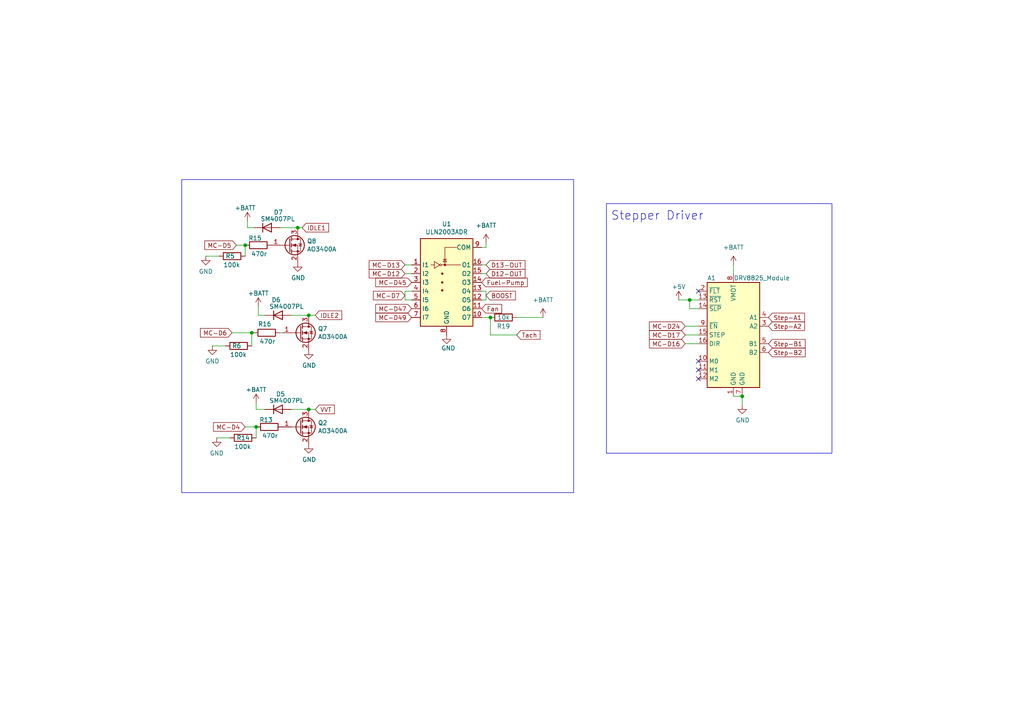
<source format=kicad_sch>
(kicad_sch (version 20231120) (generator "eeschema") (generator_version "8.0")
  (paper "A4")
  (title_block (title "Spark Gap x4") (date "2024-07-16") (rev "A") (company "OpenLogicEFI") (comment 1 "openlogicefi.com"))
  (lib_symbols
    (symbol "Device:R" (pin_numbers hide) (pin_names (offset 0))
      (property "Reference" "R" (at 2.032 0 90))
      (property "Value" "R" (at 0 0 90))
      (symbol "R_0_1"
        (rectangle (start -1.016 -2.54) (end 1.016 2.54) (stroke (width 0.254)))
      )
      (symbol "R_1_1"
        (pin passive line (at 0 3.81 270) (length 1.27) (name "~") (number "1"))
        (pin passive line (at 0 -3.81 90) (length 1.27) (name "~") (number "2"))
      )
    )
    (symbol "Diode:1N4148WS" (pin_numbers hide) (pin_names (offset 1.016) hide)
      (property "Reference" "D" (at 0 2.54 0))
      (property "Value" "1N4148WS" (at 0 -2.54 0))
      (symbol "1N4148WS_0_1"
        (polyline (pts (xy -1.27 1.27) (xy -1.27 -1.27)) (stroke (width 0.254)))
        (polyline (pts (xy 1.27 0) (xy -1.27 0)))
        (polyline (pts (xy 1.27 1.27) (xy 1.27 -1.27) (xy -1.27 0) (xy 1.27 1.27)) (stroke (width 0.254)))
      )
      (symbol "1N4148WS_1_1"
        (pin passive line (at -3.81 0 0) (length 2.54) (name "K") (number "1"))
        (pin passive line (at 3.81 0 180) (length 2.54) (name "A") (number "2"))
      )
    )
    (symbol "Driver_Motor:Pololu_Breakout_DRV8825"
      (property "Reference" "A" (at -2.54 16.51 0))
      (property "Value" "Pololu_Breakout_DRV8825" (at -2.54 13.97 0))
      (symbol "Pololu_Breakout_DRV8825_0_1"
        (rectangle (start 7.62 -17.78) (end -7.62 12.7) (stroke (width 0.254)) (fill (type background)))
      )
      (symbol "Pololu_Breakout_DRV8825_1_1"
        (pin power_in line (at 0 -20.32 90) (length 2.54) (name "GND") (number "1"))
        (pin input line (at -10.16 -10.16 0) (length 2.54) (name "M0") (number "10"))
        (pin input line (at -10.16 -12.7 0) (length 2.54) (name "M1") (number "11"))
        (pin input line (at -10.16 -15.24 0) (length 2.54) (name "M2") (number "12"))
        (pin input line (at -10.16 7.62 0) (length 2.54) (name "~{RST}") (number "13"))
        (pin input line (at -10.16 5.08 0) (length 2.54) (name "~{SLP}") (number "14"))
        (pin input line (at -10.16 -2.54 0) (length 2.54) (name "STEP") (number "15"))
        (pin input line (at -10.16 -5.08 0) (length 2.54) (name "DIR") (number "16"))
        (pin output line (at -10.16 10.16 0) (length 2.54) (name "~{FLT}") (number "2"))
        (pin output line (at 10.16 0 180) (length 2.54) (name "A2") (number "3"))
        (pin output line (at 10.16 2.54 180) (length 2.54) (name "A1") (number "4"))
        (pin output line (at 10.16 -5.08 180) (length 2.54) (name "B1") (number "5"))
        (pin output line (at 10.16 -7.62 180) (length 2.54) (name "B2") (number "6"))
        (pin power_in line (at 2.54 -20.32 90) (length 2.54) (name "GND") (number "7"))
        (pin power_in line (at 0 15.24 270) (length 2.54) (name "VMOT") (number "8"))
        (pin input line (at -10.16 0 0) (length 2.54) (name "~{EN}") (number "9"))
      )
    )
    (symbol "Transistor_Array:ULN2003A"
      (property "Reference" "U" (at 0 15.875 0))
      (property "Value" "ULN2003A" (at 0 13.97 0))
      (symbol "ULN2003A_0_1"
        (rectangle (start -7.62 -12.7) (end 7.62 12.7) (stroke (width 0.254)) (fill (type background)))
        (circle (center -1.778 5.08) (radius 0.254))
        (circle (center -1.27 -2.286) (radius 0.254) (fill (type outline)))
        (circle (center -1.27 0) (radius 0.254) (fill (type outline)))
        (circle (center -1.27 2.54) (radius 0.254) (fill (type outline)))
        (circle (center -0.508 5.08) (radius 0.254) (fill (type outline)))
        (polyline (pts (xy -4.572 5.08) (xy -3.556 5.08)))
        (polyline (pts (xy -1.524 5.08) (xy 4.064 5.08)))
        (polyline (pts (xy 0 6.731) (xy -1.016 6.731)))
        (polyline (pts (xy -0.508 5.08) (xy -0.508 10.16) (xy 2.921 10.16)))
        (polyline (pts (xy -3.556 6.096) (xy -3.556 4.064) (xy -2.032 5.08) (xy -3.556 6.096)))
        (polyline (pts (xy 0 5.969) (xy -1.016 5.969) (xy -0.508 6.731) (xy 0 5.969)))
      )
      (symbol "ULN2003A_1_1"
        (pin input line (at -10.16 5.08 0) (length 2.54) (name "I1") (number "1"))
        (pin open_collector line (at 10.16 -10.16 180) (length 2.54) (name "O7") (number "10"))
        (pin open_collector line (at 10.16 -7.62 180) (length 2.54) (name "O6") (number "11"))
        (pin open_collector line (at 10.16 -5.08 180) (length 2.54) (name "O5") (number "12"))
        (pin open_collector line (at 10.16 -2.54 180) (length 2.54) (name "O4") (number "13"))
        (pin open_collector line (at 10.16 0 180) (length 2.54) (name "O3") (number "14"))
        (pin open_collector line (at 10.16 2.54 180) (length 2.54) (name "O2") (number "15"))
        (pin open_collector line (at 10.16 5.08 180) (length 2.54) (name "O1") (number "16"))
        (pin input line (at -10.16 2.54 0) (length 2.54) (name "I2") (number "2"))
        (pin input line (at -10.16 0 0) (length 2.54) (name "I3") (number "3"))
        (pin input line (at -10.16 -2.54 0) (length 2.54) (name "I4") (number "4"))
        (pin input line (at -10.16 -5.08 0) (length 2.54) (name "I5") (number "5"))
        (pin input line (at -10.16 -7.62 0) (length 2.54) (name "I6") (number "6"))
        (pin input line (at -10.16 -10.16 0) (length 2.54) (name "I7") (number "7"))
        (pin power_in line (at 0 -15.24 90) (length 2.54) (name "GND") (number "8"))
        (pin passive line (at 10.16 10.16 180) (length 2.54) (name "COM") (number "9"))
      )
    )
    (symbol "Transistor_FET:AO3400A" (pin_names hide)
      (property "Reference" "Q" (at 5.08 1.905 0))
      (property "Value" "AO3400A" (at 5.08 0 0))
      (symbol "AO3400A_0_1"
        (polyline (pts (xy 0.254 0) (xy -2.54 0)))
        (polyline (pts (xy 0.254 1.905) (xy 0.254 -1.905)) (stroke (width 0.254)))
        (polyline (pts (xy 0.762 -1.27) (xy 0.762 -2.286)) (stroke (width 0.254)))
        (polyline (pts (xy 0.762 0.508) (xy 0.762 -0.508)) (stroke (width 0.254)))
        (polyline (pts (xy 0.762 2.286) (xy 0.762 1.27)) (stroke (width 0.254)))
        (polyline (pts (xy 2.54 2.54) (xy 2.54 1.778)))
        (polyline (pts (xy 2.54 -2.54) (xy 2.54 0) (xy 0.762 0)))
        (polyline (pts (xy 0.762 -1.778) (xy 3.302 -1.778) (xy 3.302 1.778) (xy 0.762 1.778)))
        (polyline (pts (xy 1.016 0) (xy 2.032 0.381) (xy 2.032 -0.381) (xy 1.016 0)) (fill (type outline)))
        (polyline (pts (xy 2.794 0.508) (xy 2.921 0.381) (xy 3.683 0.381) (xy 3.81 0.254)))
        (polyline (pts (xy 3.302 0.381) (xy 2.921 -0.254) (xy 3.683 -0.254) (xy 3.302 0.381)))
        (circle (center 1.651 0) (radius 2.794) (stroke (width 0.254)))
        (circle (center 2.54 -1.778) (radius 0.254) (fill (type outline)))
        (circle (center 2.54 1.778) (radius 0.254) (fill (type outline)))
      )
      (symbol "AO3400A_1_1"
        (pin input line (at -5.08 0 0) (length 2.54) (name "G") (number "1"))
        (pin passive line (at 2.54 -5.08 90) (length 2.54) (name "S") (number "2"))
        (pin passive line (at 2.54 5.08 270) (length 2.54) (name "D") (number "3"))
      )
    )
    (symbol "power:+5V" (power) (pin_names (offset 0))
      (property "Value" "+5V" (at 0 3.556 0))
      (symbol "+5V_0_1"
        (polyline (pts (xy -0.762 1.27) (xy 0 2.54)))
        (polyline (pts (xy 0 0) (xy 0 2.54)))
        (polyline (pts (xy 0 2.54) (xy 0.762 1.27)))
      )
      (symbol "+5V_1_1"
        (pin power_in line (at 0 0 90) (length 0) hide (name "+5V") (number "1"))
      )
    )
    (symbol "power:+BATT" (power) (pin_names (offset 0))
      (property "Value" "+BATT" (at 0 3.556 0))
      (symbol "+BATT_0_1"
        (polyline (pts (xy -0.762 1.27) (xy 0 2.54)))
        (polyline (pts (xy 0 0) (xy 0 2.54)))
        (polyline (pts (xy 0 2.54) (xy 0.762 1.27)))
      )
      (symbol "+BATT_1_1"
        (pin power_in line (at 0 0 90) (length 0) hide (name "+BATT") (number "1"))
      )
    )
    (symbol "power:GND" (power) (pin_names (offset 0))
      (property "Value" "GND" (at 0 -3.81 0))
      (symbol "GND_0_1"
        (polyline (pts (xy 0 0) (xy 0 -1.27) (xy 1.27 -1.27) (xy 0 -2.54) (xy -1.27 -1.27) (xy 0 -1.27)))
      )
      (symbol "GND_1_1"
        (pin power_in line (at 0 0 270) (length 0) hide (name "GND") (number "1"))
      )
    )
  )
  (junction (at 74.295 123.825))
  (junction (at 73.025 96.52))
  (junction (at 200.025 86.995))
  (junction (at 215.265 114.935))
  (junction (at 89.535 118.745))
  (junction (at 86.36 66.04))
  (junction (at 142.24 92.075))
  (junction (at 89.535 91.44))
  (junction (at 71.12 71.12))
  (no_connect (at 202.565 109.855))
  (no_connect (at 202.565 104.775))
  (no_connect (at 202.565 84.455))
  (no_connect (at 202.565 107.315))
  (wire (pts (xy 67.31 96.52) (xy 73.025 96.52)))
  (wire (pts (xy 87.63 66.04) (xy 86.36 66.04)))
  (wire (pts (xy 140.97 76.835) (xy 139.7 76.835)))
  (wire (pts (xy 149.86 97.155) (xy 142.24 97.155)))
  (wire (pts (xy 212.725 76.835) (xy 212.725 79.375)))
  (wire (pts (xy 139.7 86.995) (xy 140.97 86.995)))
  (wire (pts (xy 212.725 114.935) (xy 215.265 114.935)))
  (wire (pts (xy 74.93 88.9) (xy 74.93 91.44)))
  (wire (pts (xy 139.7 92.075) (xy 142.24 92.075)))
  (wire (pts (xy 74.93 91.44) (xy 76.835 91.44)))
  (wire (pts (xy 71.12 123.825) (xy 74.295 123.825)))
  (wire (pts (xy 139.7 71.755) (xy 140.97 71.755)))
  (wire (pts (xy 139.7 79.375) (xy 140.97 79.375)))
  (wire (pts (xy 140.97 84.455) (xy 139.7 84.455)))
  (wire (pts (xy 119.38 86.995) (xy 117.475 86.995)))
  (wire (pts (xy 215.265 114.935) (xy 215.265 117.475)))
  (wire (pts (xy 200.025 89.535) (xy 202.565 89.535)))
  (wire (pts (xy 198.755 99.695) (xy 202.565 99.695)))
  (wire (pts (xy 91.44 91.44) (xy 89.535 91.44)))
  (wire (pts (xy 91.44 118.745) (xy 89.535 118.745)))
  (wire (pts (xy 149.86 92.075) (xy 157.48 92.075)))
  (wire (pts (xy 59.69 74.295) (xy 63.5 74.295)))
  (wire (pts (xy 68.58 71.12) (xy 71.12 71.12)))
  (wire (pts (xy 73.025 96.52) (xy 73.025 100.33)))
  (wire (pts (xy 74.295 123.825) (xy 74.295 127)))
  (wire (pts (xy 200.025 86.995) (xy 200.025 89.535)))
  (wire (pts (xy 202.565 86.995) (xy 200.025 86.995)))
  (wire (pts (xy 81.153 96.52) (xy 81.915 96.52)))
  (wire (pts (xy 84.455 91.44) (xy 89.535 91.44)))
  (wire (pts (xy 74.295 116.84) (xy 74.295 118.745)))
  (wire (pts (xy 86.36 66.04) (xy 81.28 66.04)))
  (wire (pts (xy 119.38 79.375) (xy 117.475 79.375)))
  (wire (pts (xy 202.565 97.155) (xy 198.755 97.155)))
  (wire (pts (xy 74.295 118.745) (xy 76.835 118.745)))
  (wire (pts (xy 62.865 127) (xy 66.675 127)))
  (wire (pts (xy 140.97 84.455) (xy 140.97 86.995)))
  (wire (pts (xy 117.475 84.455) (xy 117.475 86.995)))
  (wire (pts (xy 119.38 76.835) (xy 117.475 76.835)))
  (wire (pts (xy 196.85 86.995) (xy 200.025 86.995)))
  (wire (pts (xy 71.755 66.04) (xy 73.66 66.04)))
  (wire (pts (xy 198.755 94.615) (xy 202.565 94.615)))
  (wire (pts (xy 119.38 84.455) (xy 117.475 84.455)))
  (wire (pts (xy 140.97 70.485) (xy 140.97 71.755)))
  (wire (pts (xy 142.24 97.155) (xy 142.24 92.075)))
  (wire (pts (xy 61.595 100.33) (xy 65.405 100.33)))
  (wire (pts (xy 71.12 71.12) (xy 71.12 74.295)))
  (wire (pts (xy 73.533 96.52) (xy 73.025 96.52)))
  (wire (pts (xy 89.535 118.745) (xy 84.455 118.745)))
  (wire (pts (xy 71.755 64.135) (xy 71.755 66.04)))
  (rectangle (start 52.705 52.07) (end 166.37 142.875))
  (rectangle (start 175.895 59.055) (end 241.3 131.445))
  (text "Stepper Driver" (at 177.165 64.135 0) (effects (font (size 2.4892 2.4892)) (justify left bottom)))
  (global_label "MC-D45" (shape input) (at 119.38 81.915 180) (property "Intersheetrefs" "${INTERSHEET_REFS}" (effects (hide yes))))
  (global_label "MC-D4" (shape input) (at 71.12 123.825 180) (property "Intersheetrefs" "${INTERSHEET_REFS}" (effects (hide yes))))
  (global_label "Step-B1" (shape input) (at 222.885 99.695 0) (property "Intersheetrefs" "${INTERSHEET_REFS}" (effects (hide yes))))
  (global_label "MC-D5" (shape input) (at 68.58 71.12 180) (property "Intersheetrefs" "${INTERSHEET_REFS}" (effects (hide yes))))
  (global_label "MC-D17" (shape input) (at 198.755 97.155 180) (property "Intersheetrefs" "${INTERSHEET_REFS}" (effects (hide yes))))
  (global_label "MC-D7" (shape input) (at 117.475 85.725 180) (property "Intersheetrefs" "${INTERSHEET_REFS}" (effects (hide yes))))
  (global_label "MC-D6" (shape input) (at 67.31 96.52 180) (property "Intersheetrefs" "${INTERSHEET_REFS}" (effects (hide yes))))
  (global_label "MC-D12" (shape input) (at 117.475 79.375 180) (property "Intersheetrefs" "${INTERSHEET_REFS}" (effects (hide yes))))
  (global_label "Fan" (shape input) (at 139.7 89.535 0) (property "Intersheetrefs" "${INTERSHEET_REFS}" (effects (hide yes))))
  (global_label "BOOST" (shape input) (at 140.97 85.725 0) (property "Intersheetrefs" "${INTERSHEET_REFS}" (effects (hide yes))))
  (global_label "Step-B2" (shape input) (at 222.885 102.235 0) (property "Intersheetrefs" "${INTERSHEET_REFS}" (effects (hide yes))))
  (global_label "MC-D47" (shape input) (at 119.38 89.535 180) (property "Intersheetrefs" "${INTERSHEET_REFS}" (effects (hide yes))))
  (global_label "IDLE1" (shape input) (at 87.63 66.04 0) (property "Intersheetrefs" "${INTERSHEET_REFS}" (effects (hide yes))))
  (global_label "MC-D24" (shape input) (at 198.755 94.615 180) (property "Intersheetrefs" "${INTERSHEET_REFS}" (effects (hide yes))))
  (global_label "D13-OUT" (shape input) (at 140.97 76.835 0) (property "Intersheetrefs" "${INTERSHEET_REFS}" (effects (hide yes))))
  (global_label "VVT" (shape input) (at 91.44 118.745 0) (property "Intersheetrefs" "${INTERSHEET_REFS}" (effects (hide yes))))
  (global_label "MC-D49" (shape input) (at 119.38 92.075 180) (property "Intersheetrefs" "${INTERSHEET_REFS}" (effects (hide yes))))
  (global_label "D12-OUT" (shape input) (at 140.97 79.375 0) (property "Intersheetrefs" "${INTERSHEET_REFS}" (effects (hide yes))))
  (global_label "IDLE2" (shape input) (at 91.44 91.44 0) (property "Intersheetrefs" "${INTERSHEET_REFS}" (effects (hide yes))))
  (global_label "Tach" (shape input) (at 149.86 97.155 0) (property "Intersheetrefs" "${INTERSHEET_REFS}" (effects (hide yes))))
  (global_label "Step-A2" (shape input) (at 222.885 94.615 0) (property "Intersheetrefs" "${INTERSHEET_REFS}" (effects (hide yes))))
  (global_label "MC-D13" (shape input) (at 117.475 76.835 180) (property "Intersheetrefs" "${INTERSHEET_REFS}" (effects (hide yes))))
  (global_label "Fuel-Pump" (shape input) (at 139.7 81.915 0) (property "Intersheetrefs" "${INTERSHEET_REFS}" (effects (hide yes))))
  (global_label "MC-D16" (shape input) (at 198.755 99.695 180) (property "Intersheetrefs" "${INTERSHEET_REFS}" (effects (hide yes))))
  (global_label "Step-A1" (shape input) (at 222.885 92.075 0) (property "Intersheetrefs" "${INTERSHEET_REFS}" (effects (hide yes))))
  (symbol (lib_id "Transistor_Array:ULN2003A") (at 129.54 81.915 0) (unit 1)
    (property "Reference" "U1" (at 129.54 64.9732 0))
    (property "Value" "ULN2003ADR" (at 129.54 67.2846 0))
    (property "Footprint" "Package_SO:SOIC-16_3.9x9.9mm_P1.27mm" (effects (hide yes)))
    (property "Datasheet" "http://www.ti.com/lit/ds/symlink/uln2003a.pdf" (effects (hide yes)))
    (property "LCSC" "C7512" (effects (hide yes)))
    (property "Manufacture Part Number" "ULN2003ADR" (effects (hide yes)))
  )
  (symbol (lib_id "power:GND") (at 129.54 97.155 0) (unit 1)
    (property "Reference" "#PWR087" (effects (hide yes)))
    (property "Value" "GND" (at 132.08 100.965 0) (effects (justify right)))
  )
  (symbol (lib_id "Device:R") (at 146.05 92.075 90) (unit 1)
    (property "Reference" "R19" (at 146.05 94.615 90))
    (property "Value" "10k" (at 146.05 92.075 90))
    (property "Footprint" "Resistor_SMD:R_0402_1005Metric" (effects (hide yes)))
    (property "LCSC" "C25744" (effects (hide yes)))
    (property "Manufacture Part Number" "0402WGF1002TCE" (effects (hide yes)))
  )
  (symbol (lib_id "Driver_Motor:Pololu_Breakout_DRV8825") (at 212.725 94.615 0) (unit 1) (in_bom no)
    (property "Reference" "A1" (at 206.375 80.645 0))
    (property "Value" "DRV8825_Module" (at 220.98 80.645 0))
    (property "Footprint" "Detonation:DVR8825-Labeled-Front" (effects (hide yes)))
    (property "Datasheet" "https://www.pololu.com/product/2982" (effects (hide yes)))
  )
  (symbol (lib_id "power:GND") (at 215.265 117.475 0) (unit 1)
    (property "Reference" "#PWR091" (effects (hide yes)))
    (property "Value" "GND" (at 215.392 121.8692 0))
  )
  (symbol (lib_id "power:GND") (at 61.595 100.33 0) (unit 1)
    (property "Reference" "#PWR05" (effects (hide yes)))
    (property "Value" "GND" (at 61.595 104.775 0))
  )
  (symbol (lib_id "power:GND") (at 89.535 128.905 0) (unit 1)
    (property "Reference" "#PWR055" (effects (hide yes)))
    (property "Value" "GND" (at 89.662 133.2992 0))
  )
  (symbol (lib_id "power:GND") (at 89.535 101.6 0) (unit 1)
    (property "Reference" "#PWR09" (effects (hide yes)))
    (property "Value" "GND" (at 89.662 105.9942 0))
  )
  (symbol (lib_id "Diode:1N4148WS") (at 80.645 118.745 0) (unit 1)
    (property "Reference" "D5" (at 80.01 114.3 0) (effects (justify left)))
    (property "Value" "SM4007PL" (at 78.105 116.205 0) (effects (justify left)))
    (property "Footprint" "Diode_SMD:D_SOD-123F" (effects (hide yes)))
    (property "Datasheet" "https://www.vishay.com/docs/85751/1n4148ws.pdf" (effects (hide yes)))
    (property "JLC" "C2128" (effects (hide yes)))
    (property "LCSC" "C64898" (effects (hide yes)))
  )
  (symbol (lib_id "power:+5V") (at 196.85 86.995 0) (unit 1)
    (property "Reference" "#PWR089" (effects (hide yes)))
    (property "Value" "+5V" (at 196.85 83.185 0))
  )
  (symbol (lib_id "Diode:1N4148WS") (at 80.645 91.44 0) (unit 1)
    (property "Reference" "D6" (at 78.74 86.995 0) (effects (justify left)))
    (property "Value" "SM4007PL" (at 78.105 88.9 0) (effects (justify left)))
    (property "Footprint" "Diode_SMD:D_SOD-123F" (effects (hide yes)))
    (property "Datasheet" "https://www.vishay.com/docs/85751/1n4148ws.pdf" (effects (hide yes)))
    (property "JLC" "C2128" (effects (hide yes)))
    (property "LCSC" "C64898" (effects (hide yes)))
  )
  (symbol (lib_id "Device:R") (at 70.485 127 90) (unit 1)
    (property "Reference" "R14" (at 68.58 127 90) (effects (justify right)))
    (property "Value" "100k" (at 67.945 129.54 90) (effects (justify right)))
    (property "Footprint" "Resistor_SMD:R_0402_1005Metric" (effects (hide yes)))
    (property "LCSC" "C25741" (effects (hide yes)))
    (property "Manufacture Part Number" "0402WGF1003TCE" (effects (hide yes)))
  )
  (symbol (lib_id "power:+BATT") (at 140.97 70.485 0) (unit 1)
    (property "Reference" "#PWR031" (effects (hide yes)))
    (property "Value" "+BATT" (at 140.97 65.405 0))
  )
  (symbol (lib_id "power:+BATT") (at 157.48 92.075 0) (unit 1)
    (property "Reference" "#PWR08" (effects (hide yes)))
    (property "Value" "+BATT" (at 157.48 86.995 0))
  )
  (symbol (lib_id "power:+BATT") (at 212.725 76.835 0) (unit 1)
    (property "Reference" "#PWR07" (effects (hide yes)))
    (property "Value" "+BATT" (at 212.725 71.755 0))
  )
  (symbol (lib_id "Transistor_FET:AO3400A") (at 83.82 71.12 0) (unit 1)
    (property "Reference" "Q8" (at 89.027 69.9516 0) (effects (justify left)))
    (property "Value" "AO3400A" (at 89.027 72.263 0) (effects (justify left)))
    (property "Footprint" "Package_TO_SOT_SMD:SOT-23" (effects (hide yes)))
    (property "Datasheet" "http://www.aosmd.com/pdfs/datasheet/AO3400A.pdf" (effects (hide yes)))
    (property "JLC" "C20917" (effects (hide yes)))
    (property "LCSC" "C20917" (effects (hide yes)))
  )
  (symbol (lib_id "power:+BATT") (at 74.93 88.9 0) (unit 1)
    (property "Reference" "#PWR035" (effects (hide yes)))
    (property "Value" "+BATT" (at 74.93 85.09 0))
  )
  (symbol (lib_id "power:+BATT") (at 71.755 64.135 0) (unit 1)
    (property "Reference" "#PWR030" (effects (hide yes)))
    (property "Value" "+BATT" (at 71.12 60.325 0))
  )
  (symbol (lib_id "Transistor_FET:AO3400A") (at 86.995 96.52 0) (unit 1)
    (property "Reference" "Q7" (at 92.202 95.3516 0) (effects (justify left)))
    (property "Value" "AO3400A" (at 92.202 97.663 0) (effects (justify left)))
    (property "Footprint" "Package_TO_SOT_SMD:SOT-23" (effects (hide yes)))
    (property "Datasheet" "http://www.aosmd.com/pdfs/datasheet/AO3400A.pdf" (effects (hide yes)))
    (property "JLC" "C20917" (effects (hide yes)))
    (property "LCSC" "C20917" (effects (hide yes)))
  )
  (symbol (lib_id "power:GND") (at 62.865 127 0) (unit 1)
    (property "Reference" "#PWR053" (effects (hide yes)))
    (property "Value" "GND" (at 62.865 131.445 0))
  )
  (symbol (lib_id "Device:R") (at 69.215 100.33 90) (unit 1)
    (property "Reference" "R6" (at 67.31 100.33 90) (effects (justify right)))
    (property "Value" "100k" (at 66.675 102.87 90) (effects (justify right)))
    (property "Footprint" "Resistor_SMD:R_0402_1005Metric" (effects (hide yes)))
    (property "LCSC" "C25741" (effects (hide yes)))
    (property "Manufacture Part Number" "0402WGF1003TCE" (effects (hide yes)))
  )
  (symbol (lib_id "power:GND") (at 86.36 76.2 0) (unit 1)
    (property "Reference" "#PWR013" (effects (hide yes)))
    (property "Value" "GND" (at 86.487 80.5942 0))
  )
  (symbol (lib_id "Device:R") (at 78.105 123.825 90) (unit 1)
    (property "Reference" "R13" (at 79.121 121.793 90) (effects (justify left)))
    (property "Value" "470r" (at 80.645 126.365 90) (effects (justify left)))
    (property "Footprint" "Resistor_SMD:R_0402_1005Metric" (effects (hide yes)))
    (property "LCSC" "C25117" (effects (hide yes)))
    (property "Manufacture Part Number" "0402WGF4700TCE" (effects (hide yes)))
  )
  (symbol (lib_id "Transistor_FET:AO3400A") (at 86.995 123.825 0) (unit 1)
    (property "Reference" "Q2" (at 92.202 122.6566 0) (effects (justify left)))
    (property "Value" "AO3400A" (at 92.202 124.968 0) (effects (justify left)))
    (property "Footprint" "Package_TO_SOT_SMD:SOT-23" (effects (hide yes)))
    (property "Datasheet" "http://www.aosmd.com/pdfs/datasheet/AO3400A.pdf" (effects (hide yes)))
    (property "JLC" "C20917" (effects (hide yes)))
    (property "LCSC" "C20917" (effects (hide yes)))
  )
  (symbol (lib_id "Device:R") (at 67.31 74.295 90) (unit 1)
    (property "Reference" "R5" (at 65.405 74.295 90) (effects (justify right)))
    (property "Value" "100k" (at 64.77 76.835 90) (effects (justify right)))
    (property "Footprint" "Resistor_SMD:R_0402_1005Metric" (effects (hide yes)))
    (property "LCSC" "C25741" (effects (hide yes)))
    (property "Manufacture Part Number" "0402WGF1003TCE" (effects (hide yes)))
  )
  (symbol (lib_id "Diode:1N4148WS") (at 77.47 66.04 0) (unit 1)
    (property "Reference" "D7" (at 79.375 61.595 0) (effects (justify left)))
    (property "Value" "SM4007PL" (at 75.565 63.5 0) (effects (justify left)))
    (property "Footprint" "Diode_SMD:D_SOD-123F" (effects (hide yes)))
    (property "Datasheet" "https://www.vishay.com/docs/85751/1n4148ws.pdf" (effects (hide yes)))
    (property "JLC" "C2128" (effects (hide yes)))
    (property "LCSC" "C64898" (effects (hide yes)))
  )
  (symbol (lib_id "Device:R") (at 74.93 71.12 90) (unit 1)
    (property "Reference" "R15" (at 75.946 69.088 90) (effects (justify left)))
    (property "Value" "470r" (at 77.47 73.66 90) (effects (justify left)))
    (property "Footprint" "Resistor_SMD:R_0402_1005Metric" (effects (hide yes)))
    (property "LCSC" "C25117" (effects (hide yes)))
    (property "Manufacture Part Number" "0402WGF4700TCE" (effects (hide yes)))
  )
  (symbol (lib_id "power:GND") (at 59.69 74.295 0) (unit 1)
    (property "Reference" "#PWR06" (effects (hide yes)))
    (property "Value" "GND" (at 59.69 78.74 0))
  )
  (symbol (lib_id "power:+BATT") (at 74.295 116.84 0) (unit 1)
    (property "Reference" "#PWR054" (effects (hide yes)))
    (property "Value" "+BATT" (at 74.295 113.03 0))
  )
  (symbol (lib_id "Device:R") (at 77.343 96.52 90) (unit 1)
    (property "Reference" "R16" (at 78.74 93.98 90) (effects (justify left)))
    (property "Value" "470r" (at 79.883 99.06 90) (effects (justify left)))
    (property "Footprint" "Resistor_SMD:R_0402_1005Metric" (effects (hide yes)))
    (property "LCSC" "C25117" (effects (hide yes)))
    (property "Manufacture Part Number" "0402WGF4700TCE" (effects (hide yes)))
  )
)
</source>
